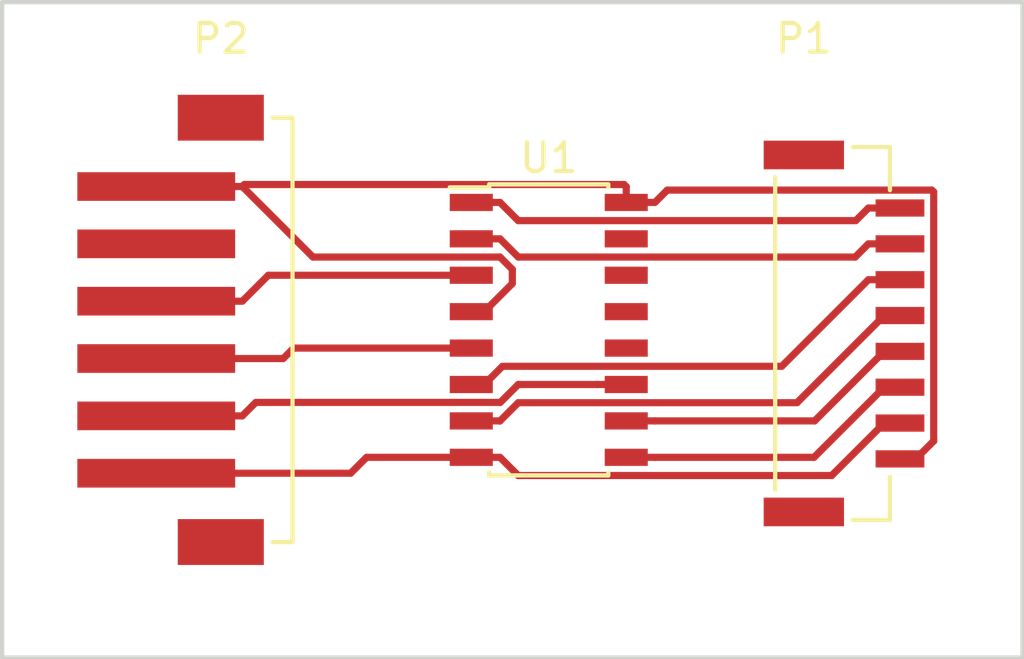
<source format=kicad_pcb>
(kicad_pcb (version 4) (host pcbnew 4.0.0-1rc2.201511291916+6190~38~ubuntu14.04.1-stable)

  (general
    (links 14)
    (no_connects 0)
    (area 0 0 0 0)
    (thickness 1.6)
    (drawings 4)
    (tracks 69)
    (zones 0)
    (modules 3)
    (nets 12)
  )

  (page A4)
  (layers
    (0 F.Cu signal)
    (31 B.Cu signal)
    (32 B.Adhes user)
    (33 F.Adhes user)
    (34 B.Paste user)
    (35 F.Paste user)
    (36 B.SilkS user)
    (37 F.SilkS user)
    (38 B.Mask user)
    (39 F.Mask user)
    (40 Dwgs.User user)
    (41 Cmts.User user)
    (42 Eco1.User user)
    (43 Eco2.User user)
    (44 Edge.Cuts user)
    (45 Margin user)
    (46 B.CrtYd user)
    (47 F.CrtYd user)
    (48 B.Fab user)
    (49 F.Fab user)
  )

  (setup
    (last_trace_width 0.25)
    (trace_clearance 0.2)
    (zone_clearance 0.508)
    (zone_45_only no)
    (trace_min 0.2)
    (segment_width 0.2)
    (edge_width 0.15)
    (via_size 0.6)
    (via_drill 0.4)
    (via_min_size 0.4)
    (via_min_drill 0.3)
    (uvia_size 0.3)
    (uvia_drill 0.1)
    (uvias_allowed no)
    (uvia_min_size 0.2)
    (uvia_min_drill 0.1)
    (pcb_text_width 0.3)
    (pcb_text_size 1.5 1.5)
    (mod_edge_width 0.15)
    (mod_text_size 1 1)
    (mod_text_width 0.15)
    (pad_size 1.524 1.524)
    (pad_drill 0.762)
    (pad_to_mask_clearance 0.2)
    (aux_axis_origin 0 0)
    (visible_elements FFFFFF7F)
    (pcbplotparams
      (layerselection 0x00030_80000001)
      (usegerberextensions false)
      (excludeedgelayer true)
      (linewidth 0.100000)
      (plotframeref false)
      (viasonmask false)
      (mode 1)
      (useauxorigin false)
      (hpglpennumber 1)
      (hpglpenspeed 20)
      (hpglpendiameter 15)
      (hpglpenoverlay 2)
      (psnegative false)
      (psa4output false)
      (plotreference true)
      (plotvalue true)
      (plotinvisibletext false)
      (padsonsilk false)
      (subtractmaskfromsilk false)
      (outputformat 1)
      (mirror false)
      (drillshape 1)
      (scaleselection 1)
      (outputdirectory ""))
  )

  (net 0 "")
  (net 1 "Net-(P1-Pad6)")
  (net 2 "Net-(P1-Pad7)")
  (net 3 "Net-(P1-Pad8)")
  (net 4 "Net-(P1-Pad5)")
  (net 5 "Net-(P1-Pad4)")
  (net 6 "Net-(P1-Pad3)")
  (net 7 GND)
  (net 8 VCC)
  (net 9 "Net-(P2-Pad3)")
  (net 10 "Net-(P2-Pad4)")
  (net 11 "Net-(P2-Pad5)")

  (net_class Default "This is the default net class."
    (clearance 0.2)
    (trace_width 0.25)
    (via_dia 0.6)
    (via_drill 0.4)
    (uvia_dia 0.3)
    (uvia_drill 0.1)
    (add_net GND)
    (add_net "Net-(P1-Pad3)")
    (add_net "Net-(P1-Pad4)")
    (add_net "Net-(P1-Pad5)")
    (add_net "Net-(P1-Pad6)")
    (add_net "Net-(P1-Pad7)")
    (add_net "Net-(P1-Pad8)")
    (add_net "Net-(P2-Pad3)")
    (add_net "Net-(P2-Pad4)")
    (add_net "Net-(P2-Pad5)")
    (add_net VCC)
  )

  (module Housings_SOIC:SOIC-16_3.9x9.9mm_Pitch1.27mm (layer F.Cu) (tedit 54130A77) (tstamp 56DF7965)
    (at 151.13 120.65)
    (descr "16-Lead Plastic Small Outline (SL) - Narrow, 3.90 mm Body [SOIC] (see Microchip Packaging Specification 00000049BS.pdf)")
    (tags "SOIC 1.27")
    (path /56DF70BA)
    (attr smd)
    (fp_text reference U1 (at 0 -6) (layer F.SilkS)
      (effects (font (size 1 1) (thickness 0.15)))
    )
    (fp_text value AM26LS32ACDR (at 0 6) (layer F.Fab)
      (effects (font (size 1 1) (thickness 0.15)))
    )
    (fp_line (start -3.7 -5.25) (end -3.7 5.25) (layer F.CrtYd) (width 0.05))
    (fp_line (start 3.7 -5.25) (end 3.7 5.25) (layer F.CrtYd) (width 0.05))
    (fp_line (start -3.7 -5.25) (end 3.7 -5.25) (layer F.CrtYd) (width 0.05))
    (fp_line (start -3.7 5.25) (end 3.7 5.25) (layer F.CrtYd) (width 0.05))
    (fp_line (start -2.075 -5.075) (end -2.075 -4.97) (layer F.SilkS) (width 0.15))
    (fp_line (start 2.075 -5.075) (end 2.075 -4.97) (layer F.SilkS) (width 0.15))
    (fp_line (start 2.075 5.075) (end 2.075 4.97) (layer F.SilkS) (width 0.15))
    (fp_line (start -2.075 5.075) (end -2.075 4.97) (layer F.SilkS) (width 0.15))
    (fp_line (start -2.075 -5.075) (end 2.075 -5.075) (layer F.SilkS) (width 0.15))
    (fp_line (start -2.075 5.075) (end 2.075 5.075) (layer F.SilkS) (width 0.15))
    (fp_line (start -2.075 -4.97) (end -3.45 -4.97) (layer F.SilkS) (width 0.15))
    (pad 1 smd rect (at -2.7 -4.445) (size 1.5 0.6) (layers F.Cu F.Paste F.Mask)
      (net 3 "Net-(P1-Pad8)"))
    (pad 2 smd rect (at -2.7 -3.175) (size 1.5 0.6) (layers F.Cu F.Paste F.Mask)
      (net 2 "Net-(P1-Pad7)"))
    (pad 3 smd rect (at -2.7 -1.905) (size 1.5 0.6) (layers F.Cu F.Paste F.Mask)
      (net 9 "Net-(P2-Pad3)"))
    (pad 4 smd rect (at -2.7 -0.635) (size 1.5 0.6) (layers F.Cu F.Paste F.Mask)
      (net 8 VCC))
    (pad 5 smd rect (at -2.7 0.635) (size 1.5 0.6) (layers F.Cu F.Paste F.Mask)
      (net 10 "Net-(P2-Pad4)"))
    (pad 6 smd rect (at -2.7 1.905) (size 1.5 0.6) (layers F.Cu F.Paste F.Mask)
      (net 1 "Net-(P1-Pad6)"))
    (pad 7 smd rect (at -2.7 3.175) (size 1.5 0.6) (layers F.Cu F.Paste F.Mask)
      (net 4 "Net-(P1-Pad5)"))
    (pad 8 smd rect (at -2.7 4.445) (size 1.5 0.6) (layers F.Cu F.Paste F.Mask)
      (net 7 GND))
    (pad 9 smd rect (at 2.7 4.445) (size 1.5 0.6) (layers F.Cu F.Paste F.Mask)
      (net 6 "Net-(P1-Pad3)"))
    (pad 10 smd rect (at 2.7 3.175) (size 1.5 0.6) (layers F.Cu F.Paste F.Mask)
      (net 5 "Net-(P1-Pad4)"))
    (pad 11 smd rect (at 2.7 1.905) (size 1.5 0.6) (layers F.Cu F.Paste F.Mask)
      (net 11 "Net-(P2-Pad5)"))
    (pad 12 smd rect (at 2.7 0.635) (size 1.5 0.6) (layers F.Cu F.Paste F.Mask))
    (pad 13 smd rect (at 2.7 -0.635) (size 1.5 0.6) (layers F.Cu F.Paste F.Mask))
    (pad 14 smd rect (at 2.7 -1.905) (size 1.5 0.6) (layers F.Cu F.Paste F.Mask))
    (pad 15 smd rect (at 2.7 -3.175) (size 1.5 0.6) (layers F.Cu F.Paste F.Mask))
    (pad 16 smd rect (at 2.7 -4.445) (size 1.5 0.6) (layers F.Cu F.Paste F.Mask)
      (net 8 VCC))
    (model Housings_SOIC.3dshapes/SOIC-16_3.9x9.9mm_Pitch1.27mm.wrl
      (at (xyz 0 0 0))
      (scale (xyz 1 1 1))
      (rotate (xyz 0 0 0))
    )
  )

  (module NQBit:GH_1x8_TOP (layer F.Cu) (tedit 56DF7720) (tstamp 56DF7AEF)
    (at 160.02 120.775 270)
    (path /56DF735B)
    (fp_text reference P1 (at -10.285 0 360) (layer F.SilkS)
      (effects (font (size 1 1) (thickness 0.15)))
    )
    (fp_text value CONN_01X08 (at -0.1 -6.4 270) (layer F.Fab)
      (effects (font (size 1 1) (thickness 0.15)))
    )
    (fp_line (start -5.45 1) (end 5.45 1) (layer F.SilkS) (width 0.15))
    (fp_line (start 6.5 -3) (end 6.5 -1.7) (layer F.SilkS) (width 0.15))
    (fp_line (start 5 -3) (end 6.5 -3) (layer F.SilkS) (width 0.15))
    (fp_line (start -6.5 -3) (end -6.5 -1.7) (layer F.SilkS) (width 0.15))
    (fp_line (start -5 -3) (end -6.5 -3) (layer F.SilkS) (width 0.15))
    (pad MECH smd rect (at 6.225 0 270) (size 1 2.8) (layers F.Cu F.Paste F.Mask))
    (pad MECH smd rect (at -6.225 0 270) (size 1 2.8) (layers F.Cu F.Paste F.Mask))
    (pad 4 smd rect (at 0.625 -3.35 270) (size 0.6 1.7) (layers F.Cu F.Paste F.Mask)
      (net 5 "Net-(P1-Pad4)"))
    (pad 3 smd rect (at 1.875 -3.35 270) (size 0.6 1.7) (layers F.Cu F.Paste F.Mask)
      (net 6 "Net-(P1-Pad3)"))
    (pad 2 smd rect (at 3.125 -3.35 270) (size 0.6 1.7) (layers F.Cu F.Paste F.Mask)
      (net 7 GND))
    (pad 1 smd rect (at 4.375 -3.35 270) (size 0.6 1.7) (layers F.Cu F.Paste F.Mask)
      (net 8 VCC))
    (pad 8 smd rect (at -4.375 -3.35 270) (size 0.6 1.7) (layers F.Cu F.Paste F.Mask)
      (net 3 "Net-(P1-Pad8)"))
    (pad 7 smd rect (at -3.125 -3.35 270) (size 0.6 1.7) (layers F.Cu F.Paste F.Mask)
      (net 2 "Net-(P1-Pad7)"))
    (pad 6 smd rect (at -1.875 -3.35 270) (size 0.6 1.7) (layers F.Cu F.Paste F.Mask)
      (net 1 "Net-(P1-Pad6)"))
    (pad 5 smd rect (at -0.625 -3.35 270) (size 0.6 1.7) (layers F.Cu F.Paste F.Mask)
      (net 4 "Net-(P1-Pad5)"))
  )

  (module NQBit:CONN_PH_1x6_TOP_SMT (layer F.Cu) (tedit 56DF7A60) (tstamp 56DF7AFC)
    (at 139.7 120.65 270)
    (path /56DF714C)
    (fp_text reference P2 (at -10.16 0 360) (layer F.SilkS)
      (effects (font (size 1 1) (thickness 0.15)))
    )
    (fp_text value CONN_01X06 (at 0 -3.81 270) (layer F.Fab)
      (effects (font (size 1 1) (thickness 0.15)))
    )
    (fp_line (start -7.4 -2.5) (end -7.4 -1.8) (layer F.SilkS) (width 0.15))
    (fp_line (start 7.4 -2.5) (end 7.4 -1.8) (layer F.SilkS) (width 0.15))
    (fp_line (start -7.4 -2.5) (end 7.4 -2.5) (layer F.SilkS) (width 0.15))
    (pad MECH smd rect (at -7.4 0 270) (size 1.6 3) (layers F.Cu F.Paste F.Mask))
    (pad MECH smd rect (at 7.4 0 270) (size 1.6 3) (layers F.Cu F.Paste F.Mask))
    (pad 1 smd rect (at -5 2.25 270) (size 1 5.5) (layers F.Cu F.Paste F.Mask)
      (net 8 VCC))
    (pad 2 smd rect (at -3 2.25 270) (size 1 5.5) (layers F.Cu F.Paste F.Mask))
    (pad 3 smd rect (at -1 2.25 270) (size 1 5.5) (layers F.Cu F.Paste F.Mask)
      (net 9 "Net-(P2-Pad3)"))
    (pad 4 smd rect (at 1 2.25 270) (size 1 5.5) (layers F.Cu F.Paste F.Mask)
      (net 10 "Net-(P2-Pad4)"))
    (pad 5 smd rect (at 3 2.25 270) (size 1 5.5) (layers F.Cu F.Paste F.Mask)
      (net 11 "Net-(P2-Pad5)"))
    (pad 6 smd rect (at 5 2.25 270) (size 1 5.5) (layers F.Cu F.Paste F.Mask)
      (net 7 GND))
  )

  (gr_line (start 132.08 132.08) (end 132.08 109.22) (layer Edge.Cuts) (width 0.15))
  (gr_line (start 167.64 132.08) (end 132.08 132.08) (layer Edge.Cuts) (width 0.15))
  (gr_line (start 167.64 109.22) (end 167.64 132.08) (layer Edge.Cuts) (width 0.15))
  (gr_line (start 132.08 109.22) (end 167.64 109.22) (layer Edge.Cuts) (width 0.15))

  (segment (start 148.88 122.555) (end 148.43 122.555) (width 0.25) (layer F.Cu) (net 1))
  (segment (start 149.515 121.92) (end 148.88 122.555) (width 0.25) (layer F.Cu) (net 1))
  (segment (start 159.25 121.92) (end 149.515 121.92) (width 0.25) (layer F.Cu) (net 1))
  (segment (start 162.27 118.9) (end 159.25 121.92) (width 0.25) (layer F.Cu) (net 1))
  (segment (start 163.37 118.9) (end 162.27 118.9) (width 0.25) (layer F.Cu) (net 1))
  (segment (start 149.431413 117.475) (end 149.43 117.475) (width 0.25) (layer F.Cu) (net 2))
  (segment (start 150.066413 118.11) (end 149.431413 117.475) (width 0.25) (layer F.Cu) (net 2))
  (segment (start 161.81 118.11) (end 150.066413 118.11) (width 0.25) (layer F.Cu) (net 2))
  (segment (start 149.43 117.475) (end 148.43 117.475) (width 0.25) (layer F.Cu) (net 2))
  (segment (start 162.27 117.65) (end 161.81 118.11) (width 0.25) (layer F.Cu) (net 2))
  (segment (start 163.37 117.65) (end 162.27 117.65) (width 0.25) (layer F.Cu) (net 2))
  (segment (start 161.83 116.84) (end 150.065 116.84) (width 0.25) (layer F.Cu) (net 3))
  (segment (start 150.065 116.84) (end 149.43 116.205) (width 0.25) (layer F.Cu) (net 3))
  (segment (start 149.43 116.205) (end 148.43 116.205) (width 0.25) (layer F.Cu) (net 3))
  (segment (start 163.37 116.4) (end 162.27 116.4) (width 0.25) (layer F.Cu) (net 3))
  (segment (start 162.27 116.4) (end 161.83 116.84) (width 0.25) (layer F.Cu) (net 3))
  (segment (start 162.82 120.15) (end 159.78 123.19) (width 0.25) (layer F.Cu) (net 4))
  (segment (start 163.37 120.15) (end 162.82 120.15) (width 0.25) (layer F.Cu) (net 4))
  (segment (start 149.431412 123.825) (end 149.43 123.825) (width 0.25) (layer F.Cu) (net 4))
  (segment (start 149.43 123.825) (end 148.43 123.825) (width 0.25) (layer F.Cu) (net 4))
  (segment (start 150.066412 123.19) (end 149.431412 123.825) (width 0.25) (layer F.Cu) (net 4))
  (segment (start 159.78 123.19) (end 150.066412 123.19) (width 0.25) (layer F.Cu) (net 4))
  (segment (start 163.37 121.4) (end 162.82 121.4) (width 0.25) (layer F.Cu) (net 5))
  (segment (start 162.82 121.4) (end 160.395 123.825) (width 0.25) (layer F.Cu) (net 5))
  (segment (start 160.395 123.825) (end 154.83 123.825) (width 0.25) (layer F.Cu) (net 5))
  (segment (start 154.83 123.825) (end 153.83 123.825) (width 0.25) (layer F.Cu) (net 5))
  (segment (start 163.37 122.65) (end 162.82 122.65) (width 0.25) (layer F.Cu) (net 6))
  (segment (start 162.82 122.65) (end 160.375 125.095) (width 0.25) (layer F.Cu) (net 6))
  (segment (start 160.375 125.095) (end 154.83 125.095) (width 0.25) (layer F.Cu) (net 6))
  (segment (start 154.83 125.095) (end 153.83 125.095) (width 0.25) (layer F.Cu) (net 6))
  (segment (start 160.99 125.73) (end 150.065 125.73) (width 0.25) (layer F.Cu) (net 7))
  (segment (start 150.065 125.73) (end 149.43 125.095) (width 0.25) (layer F.Cu) (net 7))
  (segment (start 149.43 125.095) (end 148.43 125.095) (width 0.25) (layer F.Cu) (net 7))
  (segment (start 163.37 123.9) (end 162.82 123.9) (width 0.25) (layer F.Cu) (net 7))
  (segment (start 162.82 123.9) (end 160.99 125.73) (width 0.25) (layer F.Cu) (net 7))
  (segment (start 144.225 125.65) (end 144.78 125.095) (width 0.25) (layer F.Cu) (net 7))
  (segment (start 144.78 125.095) (end 148.43 125.095) (width 0.25) (layer F.Cu) (net 7))
  (segment (start 137.45 125.65) (end 144.225 125.65) (width 0.25) (layer F.Cu) (net 7))
  (segment (start 153.83 116.205) (end 153.83 115.655) (width 0.25) (layer F.Cu) (net 8))
  (segment (start 153.83 115.655) (end 153.754999 115.579999) (width 0.25) (layer F.Cu) (net 8))
  (segment (start 153.754999 115.579999) (end 140.520001 115.579999) (width 0.25) (layer F.Cu) (net 8))
  (segment (start 140.45 115.65) (end 137.45 115.65) (width 0.25) (layer F.Cu) (net 8))
  (segment (start 140.520001 115.579999) (end 140.45 115.65) (width 0.25) (layer F.Cu) (net 8))
  (segment (start 149.86 119.035) (end 148.88 120.015) (width 0.25) (layer F.Cu) (net 8))
  (segment (start 148.88 120.015) (end 148.43 120.015) (width 0.25) (layer F.Cu) (net 8))
  (segment (start 149.86 118.539998) (end 149.86 119.035) (width 0.25) (layer F.Cu) (net 8))
  (segment (start 142.91 118.11) (end 149.430002 118.11) (width 0.25) (layer F.Cu) (net 8))
  (segment (start 149.430002 118.11) (end 149.86 118.539998) (width 0.25) (layer F.Cu) (net 8))
  (segment (start 140.45 115.65) (end 142.91 118.11) (width 0.25) (layer F.Cu) (net 8))
  (segment (start 163.37 125.15) (end 163.92 125.15) (width 0.25) (layer F.Cu) (net 8))
  (segment (start 164.545001 124.524999) (end 164.545001 115.839999) (width 0.25) (layer F.Cu) (net 8))
  (segment (start 163.92 125.15) (end 164.545001 124.524999) (width 0.25) (layer F.Cu) (net 8))
  (segment (start 164.545001 115.839999) (end 164.480001 115.774999) (width 0.25) (layer F.Cu) (net 8))
  (segment (start 164.480001 115.774999) (end 155.260001 115.774999) (width 0.25) (layer F.Cu) (net 8))
  (segment (start 155.260001 115.774999) (end 154.83 116.205) (width 0.25) (layer F.Cu) (net 8))
  (segment (start 154.83 116.205) (end 153.83 116.205) (width 0.25) (layer F.Cu) (net 8))
  (segment (start 137.45 119.65) (end 140.45 119.65) (width 0.25) (layer F.Cu) (net 9))
  (segment (start 140.45 119.65) (end 141.355 118.745) (width 0.25) (layer F.Cu) (net 9))
  (segment (start 141.355 118.745) (end 147.43 118.745) (width 0.25) (layer F.Cu) (net 9))
  (segment (start 147.43 118.745) (end 148.43 118.745) (width 0.25) (layer F.Cu) (net 9))
  (segment (start 141.875 121.65) (end 142.24 121.285) (width 0.25) (layer F.Cu) (net 10))
  (segment (start 142.24 121.285) (end 148.43 121.285) (width 0.25) (layer F.Cu) (net 10))
  (segment (start 137.45 121.65) (end 141.875 121.65) (width 0.25) (layer F.Cu) (net 10))
  (segment (start 149.440001 123.180001) (end 150.065002 122.555) (width 0.25) (layer F.Cu) (net 11))
  (segment (start 150.065002 122.555) (end 152.83 122.555) (width 0.25) (layer F.Cu) (net 11))
  (segment (start 137.45 123.65) (end 140.45 123.65) (width 0.25) (layer F.Cu) (net 11))
  (segment (start 140.45 123.65) (end 140.919999 123.180001) (width 0.25) (layer F.Cu) (net 11))
  (segment (start 140.919999 123.180001) (end 149.440001 123.180001) (width 0.25) (layer F.Cu) (net 11))
  (segment (start 152.83 122.555) (end 153.83 122.555) (width 0.25) (layer F.Cu) (net 11))

)

</source>
